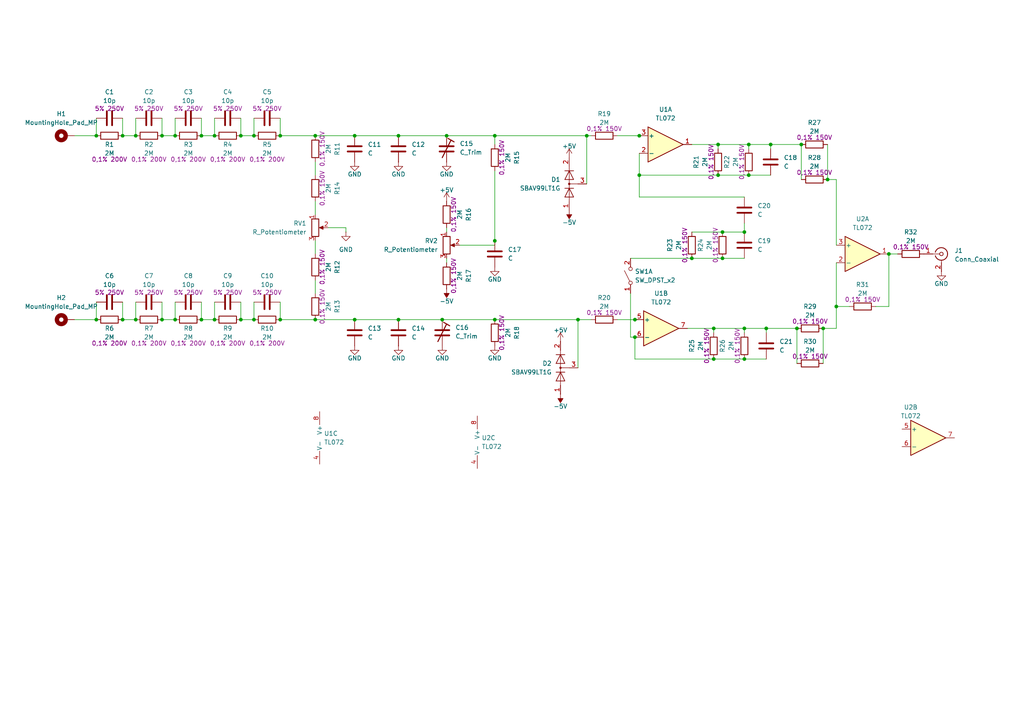
<source format=kicad_sch>
(kicad_sch (version 20231120) (generator "eeschema") (generator_version "8.0")
  (paper "A4")
  (lib_symbols
    (symbol "Amplifier_Operational:TL072" (pin_names (offset 0.127))
      (property "Reference" "U" (at 0 5.08 0))
      (property "Value" "TL072" (at 0 -5.08 0))
      (symbol "TL072_1_1"
        (polyline (pts (xy -5.08 5.08) (xy 5.08 0) (xy -5.08 -5.08) (xy -5.08 5.08)) (stroke (width 0.254)) (fill (type background)))
        (pin output line (at 7.62 0 180) (length 2.54) (name "~") (number "1"))
        (pin input line (at -7.62 -2.54 0) (length 2.54) (name "-") (number "2"))
        (pin input line (at -7.62 2.54 0) (length 2.54) (name "+") (number "3"))
      )
      (symbol "TL072_2_1"
        (polyline (pts (xy -5.08 5.08) (xy 5.08 0) (xy -5.08 -5.08) (xy -5.08 5.08)) (stroke (width 0.254)) (fill (type background)))
        (pin input line (at -7.62 2.54 0) (length 2.54) (name "+") (number "5"))
        (pin input line (at -7.62 -2.54 0) (length 2.54) (name "-") (number "6"))
        (pin output line (at 7.62 0 180) (length 2.54) (name "~") (number "7"))
      )
      (symbol "TL072_3_1"
        (pin power_in line (at -2.54 -7.62 90) (length 3.81) (name "V-") (number "4"))
        (pin power_in line (at -2.54 7.62 270) (length 3.81) (name "V+") (number "8"))
      )
    )
    (symbol "Connector:Conn_Coaxial" (pin_names (offset 1.016) hide)
      (property "Reference" "J" (at 0.254 3.048 0))
      (property "Value" "Conn_Coaxial" (at 2.921 0 90))
      (symbol "Conn_Coaxial_0_1"
        (arc (start -1.778 -0.508) (mid 0.2311 -1.8066) (end 1.778 0) (stroke (width 0.254)))
        (polyline (pts (xy -2.54 0) (xy -0.508 0)))
        (polyline (pts (xy 0 -2.54) (xy 0 -1.778)))
        (circle (center 0 0) (radius 0.508) (stroke (width 0.2032)))
        (arc (start 1.778 0) (mid 0.2099 1.8101) (end -1.778 0.508) (stroke (width 0.254)))
      )
      (symbol "Conn_Coaxial_1_1"
        (pin passive line (at -5.08 0 0) (length 2.54) (name "In") (number "1"))
        (pin passive line (at 0 -5.08 90) (length 2.54) (name "Ext") (number "2"))
      )
    )
    (symbol "Device:C" (pin_numbers hide) (pin_names (offset 0.254))
      (property "Reference" "C" (at 0.635 2.54 0))
      (property "Value" "C" (at 0.635 -2.54 0))
      (symbol "C_0_1"
        (polyline (pts (xy -2.032 -0.762) (xy 2.032 -0.762)) (stroke (width 0.508)))
        (polyline (pts (xy -2.032 0.762) (xy 2.032 0.762)) (stroke (width 0.508)))
      )
      (symbol "C_1_1"
        (pin passive line (at 0 3.81 270) (length 2.794) (name "~") (number "1"))
        (pin passive line (at 0 -3.81 90) (length 2.794) (name "~") (number "2"))
      )
    )
    (symbol "Device:C_Trim" (pin_numbers hide) (pin_names (offset 0.254) hide)
      (property "Reference" "C" (at 1.524 -2.032 0))
      (property "Value" "C_Trim" (at 3.048 -3.556 0))
      (symbol "C_Trim_0_1"
        (polyline (pts (xy -2.032 -0.762) (xy 2.032 -0.762)) (stroke (width 0.508)))
        (polyline (pts (xy -2.032 0.762) (xy 2.032 0.762)) (stroke (width 0.508)))
        (polyline (pts (xy 1.27 2.54) (xy -1.27 -2.54)) (stroke (width 0.3048)))
        (polyline (pts (xy 1.27 2.54) (xy 0.381 3.048)) (stroke (width 0.3048)))
        (polyline (pts (xy 1.27 2.54) (xy 2.159 2.032)) (stroke (width 0.3048)))
      )
      (symbol "C_Trim_1_1"
        (pin passive line (at 0 3.81 270) (length 3.048) (name "~") (number "1"))
        (pin passive line (at 0 -3.81 90) (length 3.048) (name "~") (number "2"))
      )
    )
    (symbol "Device:R" (pin_numbers hide) (pin_names (offset 0))
      (property "Reference" "R" (at 2.032 0 90))
      (property "Value" "R" (at 0 0 90))
      (symbol "R_0_1"
        (rectangle (start -1.016 -2.54) (end 1.016 2.54) (stroke (width 0.254)))
      )
      (symbol "R_1_1"
        (pin passive line (at 0 3.81 270) (length 1.27) (name "~") (number "1"))
        (pin passive line (at 0 -3.81 90) (length 1.27) (name "~") (number "2"))
      )
    )
    (symbol "Device:R_Potentiometer" (pin_names (offset 1.016) hide)
      (property "Reference" "RV" (at -4.445 0 90))
      (property "Value" "R_Potentiometer" (at -2.54 0 90))
      (symbol "R_Potentiometer_0_1"
        (polyline (pts (xy 2.54 0) (xy 1.524 0)))
        (polyline (pts (xy 1.143 0) (xy 2.286 0.508) (xy 2.286 -0.508) (xy 1.143 0)) (fill (type outline)))
        (rectangle (start 1.016 2.54) (end -1.016 -2.54) (stroke (width 0.254)))
      )
      (symbol "R_Potentiometer_1_1"
        (pin passive line (at 0 3.81 270) (length 1.27) (name "1") (number "1"))
        (pin passive line (at 3.81 0 180) (length 1.27) (name "2") (number "2"))
        (pin passive line (at 0 -3.81 90) (length 1.27) (name "3") (number "3"))
      )
    )
    (symbol "Diode:BAV99" (pin_names hide)
      (property "Reference" "D" (at 0 5.08 0))
      (property "Value" "BAV99" (at 0 2.54 0))
      (symbol "BAV99_0_1"
        (polyline (pts (xy -5.08 0) (xy 5.08 0)))
      )
      (symbol "BAV99_1_1"
        (polyline (pts (xy 0 0) (xy 0 -2.54)))
        (polyline (pts (xy -1.27 -1.27) (xy -1.27 1.27) (xy -1.27 1.27)) (stroke (width 0.2032)))
        (polyline (pts (xy 3.81 1.27) (xy 3.81 -1.27) (xy 3.81 -1.27)) (stroke (width 0.2032)))
        (polyline (pts (xy -3.81 1.27) (xy -1.27 0) (xy -3.81 -1.27) (xy -3.81 1.27) (xy -3.81 1.27) (xy -3.81 1.27)) (stroke (width 0.2032)))
        (polyline (pts (xy 1.27 1.27) (xy 3.81 0) (xy 1.27 -1.27) (xy 1.27 1.27) (xy 1.27 1.27) (xy 1.27 1.27)) (stroke (width 0.2032)))
        (circle (center 0 0) (radius 0.254) (fill (type outline)))
        (pin passive line (at -7.62 0 0) (length 2.54) (name "K") (number "1"))
        (pin passive line (at 7.62 0 180) (length 2.54) (name "A") (number "2"))
        (pin passive line (at 0 -5.08 90) (length 2.54) (name "K") (number "3"))
      )
    )
    (symbol "Mechanical:MountingHole_Pad_MP" (pin_numbers hide) (pin_names (offset 1.016) hide) (exclude_from_sim yes) (in_bom no)
      (property "Reference" "H" (at 0 6.35 0))
      (property "Value" "MountingHole_Pad_MP" (at 0 4.445 0))
      (symbol "MountingHole_Pad_MP_0_1"
        (circle (center 0 1.27) (radius 1.27) (stroke (width 1.27)))
      )
      (symbol "MountingHole_Pad_MP_1_1"
        (pin input line (at 0 -2.54 90) (length 2.54) (name "MP") (number "MP"))
      )
    )
    (symbol "Switch:SW_DPST_x2" (pin_names (offset 0) hide)
      (property "Reference" "SW" (at 0 3.175 0))
      (property "Value" "SW_DPST_x2" (at 0 -2.54 0))
      (symbol "SW_DPST_x2_0_0"
        (circle (center -2.032 0) (radius 0.508))
        (polyline (pts (xy -1.524 0.254) (xy 1.524 1.778)))
        (circle (center 2.032 0) (radius 0.508))
      )
      (symbol "SW_DPST_x2_1_1"
        (pin passive line (at -5.08 0 0) (length 2.54) (name "A") (number "1"))
        (pin passive line (at 5.08 0 180) (length 2.54) (name "B") (number "2"))
      )
      (symbol "SW_DPST_x2_2_1"
        (pin passive line (at -5.08 0 0) (length 2.54) (name "A") (number "3"))
        (pin passive line (at 5.08 0 180) (length 2.54) (name "B") (number "4"))
      )
    )
    (symbol "power:+5V" (power) (pin_numbers hide) (pin_names (offset 0) hide)
      (property "Value" "+5V" (at 0 3.556 0))
      (symbol "+5V_0_1"
        (polyline (pts (xy -0.762 1.27) (xy 0 2.54)))
        (polyline (pts (xy 0 0) (xy 0 2.54)))
        (polyline (pts (xy 0 2.54) (xy 0.762 1.27)))
      )
      (symbol "+5V_1_1"
        (pin power_in line (at 0 0 90) (length 0) (name "~") (number "1"))
      )
    )
    (symbol "power:-5V" (power) (pin_numbers hide) (pin_names (offset 0) hide)
      (property "Value" "-5V" (at 0 3.556 0))
      (symbol "-5V_0_0"
        (pin power_in line (at 0 0 90) (length 0) (name "~") (number "1"))
      )
      (symbol "-5V_0_1"
        (polyline (pts (xy 0 0) (xy 0 1.27) (xy 0.762 1.27) (xy 0 2.54) (xy -0.762 1.27) (xy 0 1.27)) (fill (type outline)))
      )
    )
    (symbol "power:GND" (power) (pin_numbers hide) (pin_names (offset 0) hide)
      (property "Value" "GND" (at 0 -3.81 0))
      (symbol "GND_0_1"
        (polyline (pts (xy 0 0) (xy 0 -1.27) (xy 1.27 -1.27) (xy 0 -2.54) (xy -1.27 -1.27) (xy 0 -1.27)))
      )
      (symbol "GND_1_1"
        (pin power_in line (at 0 0 270) (length 0) (name "~") (number "1"))
      )
    )
  )
  (junction (at 209.55 67.31))
  (junction (at 242.57 88.9))
  (junction (at 73.66 39.37))
  (junction (at 46.99 92.71))
  (junction (at 240.03 52.07))
  (junction (at 232.41 41.91))
  (junction (at 207.01 95.25))
  (junction (at 39.37 92.71))
  (junction (at 207.01 104.14))
  (junction (at 69.85 39.37))
  (junction (at 102.87 92.71))
  (junction (at 62.23 92.71))
  (junction (at 91.44 92.71))
  (junction (at 208.28 50.8))
  (junction (at 115.57 39.37))
  (junction (at 27.94 39.37))
  (junction (at 200.66 74.93))
  (junction (at 129.54 39.37))
  (junction (at 50.8 39.37))
  (junction (at 167.64 92.71))
  (junction (at 185.42 50.8))
  (junction (at 58.42 92.71))
  (junction (at 209.55 74.93))
  (junction (at 215.9 104.14))
  (junction (at 217.17 50.8))
  (junction (at 184.15 97.79))
  (junction (at 39.37 39.37))
  (junction (at 62.23 39.37))
  (junction (at 143.51 39.37))
  (junction (at 215.9 67.31))
  (junction (at 91.44 39.37))
  (junction (at 170.18 39.37))
  (junction (at 73.66 92.71))
  (junction (at 35.56 92.71))
  (junction (at 50.8 92.71))
  (junction (at 185.42 39.37))
  (junction (at 46.99 39.37))
  (junction (at 222.25 95.25))
  (junction (at 257.81 73.66))
  (junction (at 238.76 95.25))
  (junction (at 115.57 92.71))
  (junction (at 223.52 41.91))
  (junction (at 81.28 39.37))
  (junction (at 208.28 41.91))
  (junction (at 102.87 39.37))
  (junction (at 217.17 41.91))
  (junction (at 35.56 39.37))
  (junction (at 69.85 92.71))
  (junction (at 215.9 95.25))
  (junction (at 143.51 69.85))
  (junction (at 231.14 95.25))
  (junction (at 27.94 92.71))
  (junction (at 143.51 92.71))
  (junction (at 58.42 39.37))
  (junction (at 184.15 92.71))
  (junction (at 81.28 92.71))
  (junction (at 128.27 92.71))
  (wire (pts (xy 21.59 92.71) (xy 27.94 92.71)))
  (wire (pts (xy 81.28 87.63) (xy 81.28 92.71)))
  (wire (pts (xy 207.01 95.25) (xy 207.01 96.52)))
  (wire (pts (xy 257.81 88.9) (xy 254 88.9)))
  (wire (pts (xy 46.99 92.71) (xy 50.8 92.71)))
  (wire (pts (xy 242.57 95.25) (xy 238.76 95.25)))
  (wire (pts (xy 182.88 85.09) (xy 182.88 97.79)))
  (wire (pts (xy 35.56 39.37) (xy 39.37 39.37)))
  (wire (pts (xy 91.44 92.71) (xy 102.87 92.71)))
  (wire (pts (xy 102.87 92.71) (xy 115.57 92.71)))
  (wire (pts (xy 232.41 52.07) (xy 232.41 41.91)))
  (wire (pts (xy 143.51 41.91) (xy 143.51 39.37)))
  (wire (pts (xy 62.23 34.29) (xy 62.23 39.37)))
  (wire (pts (xy 170.18 53.34) (xy 170.18 39.37)))
  (wire (pts (xy 58.42 39.37) (xy 62.23 39.37)))
  (wire (pts (xy 209.55 67.31) (xy 215.9 67.31)))
  (wire (pts (xy 223.52 41.91) (xy 232.41 41.91)))
  (wire (pts (xy 184.15 104.14) (xy 184.15 97.79)))
  (wire (pts (xy 215.9 104.14) (xy 207.01 104.14)))
  (wire (pts (xy 91.44 69.85) (xy 91.44 73.66)))
  (wire (pts (xy 46.99 87.63) (xy 46.99 92.71)))
  (wire (pts (xy 186.69 39.37) (xy 185.42 39.37)))
  (wire (pts (xy 231.14 95.25) (xy 231.14 105.41)))
  (wire (pts (xy 167.64 92.71) (xy 171.45 92.71)))
  (wire (pts (xy 35.56 87.63) (xy 35.56 92.71)))
  (wire (pts (xy 102.87 39.37) (xy 115.57 39.37)))
  (wire (pts (xy 242.57 88.9) (xy 242.57 95.25)))
  (wire (pts (xy 58.42 87.63) (xy 58.42 92.71)))
  (wire (pts (xy 185.42 57.15) (xy 185.42 50.8)))
  (wire (pts (xy 73.66 87.63) (xy 73.66 92.71)))
  (wire (pts (xy 58.42 92.71) (xy 62.23 92.71)))
  (wire (pts (xy 257.81 73.66) (xy 260.35 73.66)))
  (wire (pts (xy 199.39 95.25) (xy 207.01 95.25)))
  (wire (pts (xy 179.07 92.71) (xy 184.15 92.71)))
  (wire (pts (xy 240.03 52.07) (xy 242.57 52.07)))
  (wire (pts (xy 91.44 81.28) (xy 91.44 85.09)))
  (wire (pts (xy 215.9 95.25) (xy 222.25 95.25)))
  (wire (pts (xy 238.76 95.25) (xy 238.76 105.41)))
  (wire (pts (xy 167.64 92.71) (xy 143.51 92.71)))
  (wire (pts (xy 185.42 92.71) (xy 184.15 92.71)))
  (wire (pts (xy 129.54 74.93) (xy 129.54 76.2)))
  (wire (pts (xy 58.42 34.29) (xy 58.42 39.37)))
  (wire (pts (xy 143.51 39.37) (xy 129.54 39.37)))
  (wire (pts (xy 223.52 41.91) (xy 223.52 43.18)))
  (wire (pts (xy 91.44 58.42) (xy 91.44 62.23)))
  (wire (pts (xy 69.85 34.29) (xy 69.85 39.37)))
  (wire (pts (xy 69.85 92.71) (xy 73.66 92.71)))
  (wire (pts (xy 115.57 92.71) (xy 128.27 92.71)))
  (wire (pts (xy 91.44 39.37) (xy 102.87 39.37)))
  (wire (pts (xy 69.85 39.37) (xy 73.66 39.37)))
  (wire (pts (xy 242.57 71.12) (xy 242.57 52.07)))
  (wire (pts (xy 81.28 34.29) (xy 81.28 39.37)))
  (wire (pts (xy 185.42 50.8) (xy 185.42 44.45)))
  (wire (pts (xy 170.18 39.37) (xy 143.51 39.37)))
  (wire (pts (xy 143.51 71.12) (xy 143.51 69.85)))
  (wire (pts (xy 100.33 66.04) (xy 100.33 67.31)))
  (wire (pts (xy 46.99 39.37) (xy 50.8 39.37)))
  (wire (pts (xy 39.37 34.29) (xy 39.37 39.37)))
  (wire (pts (xy 62.23 87.63) (xy 62.23 92.71)))
  (wire (pts (xy 143.51 49.53) (xy 143.51 69.85)))
  (wire (pts (xy 46.99 34.29) (xy 46.99 39.37)))
  (wire (pts (xy 217.17 41.91) (xy 217.17 43.18)))
  (wire (pts (xy 215.9 64.77) (xy 215.9 67.31)))
  (wire (pts (xy 215.9 57.15) (xy 185.42 57.15)))
  (wire (pts (xy 50.8 87.63) (xy 50.8 92.71)))
  (wire (pts (xy 222.25 95.25) (xy 222.25 96.52)))
  (wire (pts (xy 242.57 76.2) (xy 242.57 88.9)))
  (wire (pts (xy 69.85 87.63) (xy 69.85 92.71)))
  (wire (pts (xy 179.07 39.37) (xy 185.42 39.37)))
  (wire (pts (xy 257.81 73.66) (xy 257.81 88.9)))
  (wire (pts (xy 21.59 39.37) (xy 27.94 39.37)))
  (wire (pts (xy 200.66 41.91) (xy 208.28 41.91)))
  (wire (pts (xy 170.18 39.37) (xy 171.45 39.37)))
  (wire (pts (xy 128.27 92.71) (xy 143.51 92.71)))
  (wire (pts (xy 217.17 41.91) (xy 223.52 41.91)))
  (wire (pts (xy 182.88 74.93) (xy 200.66 74.93)))
  (wire (pts (xy 27.94 34.29) (xy 27.94 39.37)))
  (wire (pts (xy 182.88 97.79) (xy 184.15 97.79)))
  (wire (pts (xy 35.56 34.29) (xy 35.56 39.37)))
  (wire (pts (xy 129.54 66.04) (xy 129.54 67.31)))
  (wire (pts (xy 115.57 39.37) (xy 129.54 39.37)))
  (wire (pts (xy 167.64 106.68) (xy 167.64 92.71)))
  (wire (pts (xy 81.28 39.37) (xy 91.44 39.37)))
  (wire (pts (xy 95.25 66.04) (xy 100.33 66.04)))
  (wire (pts (xy 217.17 50.8) (xy 208.28 50.8)))
  (wire (pts (xy 50.8 34.29) (xy 50.8 39.37)))
  (wire (pts (xy 39.37 87.63) (xy 39.37 92.71)))
  (wire (pts (xy 81.28 92.71) (xy 91.44 92.71)))
  (wire (pts (xy 207.01 104.14) (xy 184.15 104.14)))
  (wire (pts (xy 242.57 88.9) (xy 246.38 88.9)))
  (wire (pts (xy 73.66 34.29) (xy 73.66 39.37)))
  (wire (pts (xy 91.44 46.99) (xy 91.44 50.8)))
  (wire (pts (xy 215.9 95.25) (xy 215.9 96.52)))
  (wire (pts (xy 35.56 92.71) (xy 39.37 92.71)))
  (wire (pts (xy 209.55 74.93) (xy 215.9 74.93)))
  (wire (pts (xy 208.28 50.8) (xy 185.42 50.8)))
  (wire (pts (xy 200.66 74.93) (xy 209.55 74.93)))
  (wire (pts (xy 240.03 41.91) (xy 240.03 52.07)))
  (wire (pts (xy 208.28 41.91) (xy 217.17 41.91)))
  (wire (pts (xy 27.94 87.63) (xy 27.94 92.71)))
  (wire (pts (xy 223.52 50.8) (xy 217.17 50.8)))
  (wire (pts (xy 200.66 67.31) (xy 209.55 67.31)))
  (wire (pts (xy 222.25 95.25) (xy 231.14 95.25)))
  (wire (pts (xy 207.01 95.25) (xy 215.9 95.25)))
  (wire (pts (xy 208.28 41.91) (xy 208.28 43.18)))
  (wire (pts (xy 222.25 104.14) (xy 215.9 104.14)))
  (wire (pts (xy 133.35 71.12) (xy 143.51 71.12)))
  (symbol (lib_id "power:GND") (at 273.05 78.74 0) (unit 1)
    (property "Reference" "#PWR016" (effects (hide yes)))
    (property "Value" "GND" (at 273.05 82.296 0))
    (property "Description" "Power symbol creates a global label with name \"GND\" , ground" (effects (hide yes)))
  )
  (symbol (lib_id "Device:R") (at 129.54 62.23 0) (unit 1)
    (property "Reference" "R16" (at 135.89 62.23 90))
    (property "Value" "2M" (at 133.35 62.23 90))
    (property "Footprint" "Capacitor_SMD:C_0805_2012Metric_Pad1.18x1.45mm_HandSolder" (effects (hide yes)))
    (property "Datasheet" "https://www.vishay.com/docs/28952/mcs0402at-mct0603at-mcu0805at-mca1206at.pdf" (effects (hide yes)))
    (property "Description" "0,1% 150V" (at 131.572 62.23 90))
    (property "Sim.Device" "R" (effects (hide yes)))
    (property "Sim.Pins" "1=+ 2=-" (effects (hide yes)))
  )
  (symbol (lib_id "Device:C") (at 223.52 46.99 0) (unit 1)
    (property "Reference" "C18" (at 227.33 45.7199 0) (effects (justify left)))
    (property "Value" "C" (at 227.33 48.2599 0) (effects (justify left)))
    (property "Description" "Unpolarized capacitor" (effects (hide yes)))
  )
  (symbol (lib_id "Amplifier_Operational:TL072") (at 250.19 73.66 0) (unit 1)
    (property "Reference" "U2" (at 250.19 63.5 0))
    (property "Value" "TL072" (at 250.19 66.04 0))
    (property "Datasheet" "http://www.ti.com/lit/ds/symlink/tl071.pdf" (effects (hide yes)))
    (property "Description" "Dual Low-Noise JFET-Input Operational Amplifiers, DIP-8/SOIC-8" (effects (hide yes)))
  )
  (symbol (lib_id "Device:C") (at 43.18 34.29 90) (unit 1)
    (property "Reference" "C2" (at 43.18 26.67 90))
    (property "Value" "10p" (at 43.18 29.21 90))
    (property "Footprint" "Capacitor_SMD:C_1206_3216Metric_Pad1.33x1.80mm_HandSolder" (effects (hide yes)))
    (property "Datasheet" "https://88ce57.p3cdn1.secureserver.net/wp-content/uploads/2023/01/chv_series-1.pdf" (effects (hide yes)))
    (property "Description" "5% 250V" (at 43.18 31.496 90))
    (property "Sim.Device" "C" (effects (hide yes)))
    (property "Sim.Pins" "1=+ 2=-" (effects (hide yes)))
    (property "DigiKey" "  CHV1206N250100JCT" (effects (hide yes)))
  )
  (symbol (lib_id "Device:R") (at 91.44 54.61 0) (unit 1)
    (property "Reference" "R14" (at 97.79 54.61 90))
    (property "Value" "2M" (at 95.25 54.61 90))
    (property "Footprint" "Capacitor_SMD:C_0805_2012Metric_Pad1.18x1.45mm_HandSolder" (effects (hide yes)))
    (property "Datasheet" "https://www.vishay.com/docs/28952/mcs0402at-mct0603at-mcu0805at-mca1206at.pdf" (effects (hide yes)))
    (property "Description" "0,1% 150V" (at 93.472 54.61 90))
    (property "Sim.Device" "R" (effects (hide yes)))
    (property "Sim.Pins" "1=+ 2=-" (effects (hide yes)))
  )
  (symbol (lib_id "Device:C") (at 215.9 60.96 0) (unit 1)
    (property "Reference" "C20" (at 219.71 59.6899 0) (effects (justify left)))
    (property "Value" "C" (at 219.71 62.2299 0) (effects (justify left)))
    (property "Description" "Unpolarized capacitor" (effects (hide yes)))
  )
  (symbol (lib_id "Mechanical:MountingHole_Pad_MP") (at 19.05 39.37 90) (unit 1) (exclude_from_sim yes) (in_bom no)
    (property "Reference" "H1" (at 17.78 33.02 90))
    (property "Value" "MountingHole_Pad_MP" (at 17.78 35.56 90))
    (property "Description" "Mounting Hole with connection as pad named MP" (effects (hide yes)))
  )
  (symbol (lib_id "Device:R") (at 264.16 73.66 90) (unit 1)
    (property "Reference" "R32" (at 264.16 67.31 90))
    (property "Value" "2M" (at 264.16 69.85 90))
    (property "Footprint" "Capacitor_SMD:C_0805_2012Metric_Pad1.18x1.45mm_HandSolder" (effects (hide yes)))
    (property "Datasheet" "https://www.vishay.com/docs/28952/mcs0402at-mct0603at-mcu0805at-mca1206at.pdf" (effects (hide yes)))
    (property "Description" "0,1% 150V" (at 264.16 71.628 90))
    (property "Sim.Device" "R" (effects (hide yes)))
    (property "Sim.Pins" "1=+ 2=-" (effects (hide yes)))
  )
  (symbol (lib_id "power:GND") (at 102.87 46.99 0) (unit 1)
    (property "Reference" "#PWR02" (effects (hide yes)))
    (property "Value" "GND" (at 102.87 50.546 0))
    (property "Description" "Power symbol creates a global label with name \"GND\" , ground" (effects (hide yes)))
  )
  (symbol (lib_id "power:GND") (at 129.54 46.99 0) (unit 1)
    (property "Reference" "#PWR04" (effects (hide yes)))
    (property "Value" "GND" (at 129.54 50.546 0))
    (property "Description" "Power symbol creates a global label with name \"GND\" , ground" (effects (hide yes)))
  )
  (symbol (lib_id "power:GND") (at 102.87 100.33 0) (unit 1)
    (property "Reference" "#PWR05" (effects (hide yes)))
    (property "Value" "GND" (at 102.87 103.886 0))
    (property "Description" "Power symbol creates a global label with name \"GND\" , ground" (effects (hide yes)))
  )
  (symbol (lib_id "Device:C") (at 222.25 100.33 0) (unit 1)
    (property "Reference" "C21" (at 226.06 99.0599 0) (effects (justify left)))
    (property "Value" "C" (at 226.06 101.5999 0) (effects (justify left)))
    (property "Description" "Unpolarized capacitor" (effects (hide yes)))
  )
  (symbol (lib_id "Device:R") (at 91.44 43.18 0) (unit 1)
    (property "Reference" "R11" (at 97.79 43.18 90))
    (property "Value" "2M" (at 95.25 43.18 90))
    (property "Footprint" "Capacitor_SMD:C_0805_2012Metric_Pad1.18x1.45mm_HandSolder" (effects (hide yes)))
    (property "Datasheet" "https://www.vishay.com/docs/28952/mcs0402at-mct0603at-mcu0805at-mca1206at.pdf" (effects (hide yes)))
    (property "Description" "0,1% 150V" (at 93.472 43.18 90))
    (property "Sim.Device" "R" (effects (hide yes)))
    (property "Sim.Pins" "1=+ 2=-" (effects (hide yes)))
  )
  (symbol (lib_id "power:GND") (at 143.51 77.47 0) (unit 1)
    (property "Reference" "#PWR08" (effects (hide yes)))
    (property "Value" "GND" (at 143.51 81.026 0))
    (property "Description" "Power symbol creates a global label with name \"GND\" , ground" (effects (hide yes)))
  )
  (symbol (lib_id "Device:R") (at 77.47 39.37 90) (unit 1)
    (property "Reference" "R5" (at 77.47 41.91 90))
    (property "Value" "2M" (at 77.47 44.45 90))
    (property "Footprint" "Capacitor_SMD:C_0805_2012Metric_Pad1.18x1.45mm_HandSolder" (effects (hide yes)))
    (property "Datasheet" "https://www.seielect.com/catalog/sei-rncf.pdf" (effects (hide yes)))
    (property "Description" "0,1% 200V" (at 77.47 46.228 90))
    (property "Sim.Device" "R" (effects (hide yes)))
    (property "Sim.Pins" "1=+ 2=-" (effects (hide yes)))
    (property "DigiKey" "RNCF1206BKE2M00 " (effects (hide yes)))
  )
  (symbol (lib_id "Diode:BAV99") (at 165.1 53.34 90) (unit 1)
    (property "Reference" "D1" (at 162.56 52.0699 90) (effects (justify left)))
    (property "Value" "SBAV99LT1G" (at 162.56 54.6099 90) (effects (justify left)))
    (property "Footprint" "Package_TO_SOT_SMD:SOT-23" (effects (hide yes)))
    (property "Datasheet" "https://www.onsemi.com/pdf/datasheet/bav99lt1-d.pdf" (effects (hide yes)))
    (property "Description" "BAV99 High-speed switching diodes, SOT-23" (effects (hide yes)))
  )
  (symbol (lib_id "Device:C") (at 115.57 96.52 0) (unit 1)
    (property "Reference" "C14" (at 119.38 95.2499 0) (effects (justify left)))
    (property "Value" "C" (at 119.38 97.7899 0) (effects (justify left)))
    (property "Description" "Unpolarized capacitor" (effects (hide yes)))
  )
  (symbol (lib_id "Device:C") (at 215.9 71.12 0) (unit 1)
    (property "Reference" "C19" (at 219.71 69.8499 0) (effects (justify left)))
    (property "Value" "C" (at 219.71 72.3899 0) (effects (justify left)))
    (property "Description" "Unpolarized capacitor" (effects (hide yes)))
  )
  (symbol (lib_id "Device:R") (at 31.75 39.37 90) (unit 1)
    (property "Reference" "R1" (at 31.75 41.91 90))
    (property "Value" "2M" (at 31.75 44.45 90))
    (property "Footprint" "Capacitor_SMD:C_0805_2012Metric_Pad1.18x1.45mm_HandSolder" (effects (hide yes)))
    (property "Datasheet" "https://www.seielect.com/catalog/sei-rncf.pdf" (effects (hide yes)))
    (property "Description" "0,1% 200V" (at 31.75 46.228 90))
    (property "Sim.Device" "R" (effects (hide yes)))
    (property "Sim.Pins" "1=+ 2=-" (effects (hide yes)))
    (property "DigiKey" "RNCF1206BKE2M00 " (effects (hide yes)))
  )
  (symbol (lib_id "Device:R") (at 236.22 52.07 90) (unit 1)
    (property "Reference" "R28" (at 236.22 45.72 90))
    (property "Value" "2M" (at 236.22 48.26 90))
    (property "Footprint" "Capacitor_SMD:C_0805_2012Metric_Pad1.18x1.45mm_HandSolder" (effects (hide yes)))
    (property "Datasheet" "https://www.vishay.com/docs/28952/mcs0402at-mct0603at-mcu0805at-mca1206at.pdf" (effects (hide yes)))
    (property "Description" "0,1% 150V" (at 236.22 50.038 90))
    (property "Sim.Device" "R" (effects (hide yes)))
    (property "Sim.Pins" "1=+ 2=-" (effects (hide yes)))
  )
  (symbol (lib_id "Device:C") (at 54.61 87.63 90) (unit 1)
    (property "Reference" "C8" (at 54.61 80.01 90))
    (property "Value" "10p" (at 54.61 82.55 90))
    (property "Footprint" "Capacitor_SMD:C_1206_3216Metric_Pad1.33x1.80mm_HandSolder" (effects (hide yes)))
    (property "Datasheet" "https://88ce57.p3cdn1.secureserver.net/wp-content/uploads/2023/01/chv_series-1.pdf" (effects (hide yes)))
    (property "Description" "5% 250V" (at 54.61 84.836 90))
    (property "Sim.Device" "C" (effects (hide yes)))
    (property "Sim.Pins" "1=+ 2=-" (effects (hide yes)))
    (property "DigiKey" "  CHV1206N250100JCT" (effects (hide yes)))
  )
  (symbol (lib_id "Device:R") (at 175.26 92.71 90) (unit 1)
    (property "Reference" "R20" (at 175.26 86.36 90))
    (property "Value" "2M" (at 175.26 88.9 90))
    (property "Footprint" "Capacitor_SMD:C_0805_2012Metric_Pad1.18x1.45mm_HandSolder" (effects (hide yes)))
    (property "Datasheet" "https://www.vishay.com/docs/28952/mcs0402at-mct0603at-mcu0805at-mca1206at.pdf" (effects (hide yes)))
    (property "Description" "0,1% 150V" (at 175.26 90.678 90))
    (property "Sim.Device" "R" (effects (hide yes)))
    (property "Sim.Pins" "1=+ 2=-" (effects (hide yes)))
  )
  (symbol (lib_id "Device:C") (at 66.04 34.29 90) (unit 1)
    (property "Reference" "C4" (at 66.04 26.67 90))
    (property "Value" "10p" (at 66.04 29.21 90))
    (property "Footprint" "Capacitor_SMD:C_1206_3216Metric_Pad1.33x1.80mm_HandSolder" (effects (hide yes)))
    (property "Datasheet" "https://88ce57.p3cdn1.secureserver.net/wp-content/uploads/2023/01/chv_series-1.pdf" (effects (hide yes)))
    (property "Description" "5% 250V" (at 66.04 31.496 90))
    (property "Sim.Device" "C" (effects (hide yes)))
    (property "Sim.Pins" "1=+ 2=-" (effects (hide yes)))
    (property "DigiKey" "  CHV1206N250100JCT" (effects (hide yes)))
  )
  (symbol (lib_id "Device:R") (at 209.55 71.12 180) (unit 1)
    (property "Reference" "R24" (at 203.2 71.12 90))
    (property "Value" "2M" (at 205.74 71.12 90))
    (property "Footprint" "Capacitor_SMD:C_0805_2012Metric_Pad1.18x1.45mm_HandSolder" (effects (hide yes)))
    (property "Datasheet" "https://www.vishay.com/docs/28952/mcs0402at-mct0603at-mcu0805at-mca1206at.pdf" (effects (hide yes)))
    (property "Description" "0,1% 150V" (at 207.518 71.12 90))
    (property "Sim.Device" "R" (effects (hide yes)))
    (property "Sim.Pins" "1=+ 2=-" (effects (hide yes)))
  )
  (symbol (lib_id "Device:C") (at 31.75 34.29 90) (unit 1)
    (property "Reference" "C1" (at 31.75 26.67 90))
    (property "Value" "10p" (at 31.75 29.21 90))
    (property "Footprint" "Capacitor_SMD:C_1206_3216Metric_Pad1.33x1.80mm_HandSolder" (effects (hide yes)))
    (property "Datasheet" "https://88ce57.p3cdn1.secureserver.net/wp-content/uploads/2023/01/chv_series-1.pdf" (effects (hide yes)))
    (property "Description" "5% 250V" (at 31.75 31.496 90))
    (property "Sim.Device" "C" (effects (hide yes)))
    (property "Sim.Pins" "1=+ 2=-" (effects (hide yes)))
    (property "DigiKey" "  CHV1206N250100JCT" (effects (hide yes)))
  )
  (symbol (lib_id "Device:R") (at 217.17 46.99 180) (unit 1)
    (property "Reference" "R22" (at 210.82 46.99 90))
    (property "Value" "2M" (at 213.36 46.99 90))
    (property "Footprint" "Capacitor_SMD:C_0805_2012Metric_Pad1.18x1.45mm_HandSolder" (effects (hide yes)))
    (property "Datasheet" "https://www.vishay.com/docs/28952/mcs0402at-mct0603at-mcu0805at-mca1206at.pdf" (effects (hide yes)))
    (property "Description" "0,1% 150V" (at 215.138 46.99 90))
    (property "Sim.Device" "R" (effects (hide yes)))
    (property "Sim.Pins" "1=+ 2=-" (effects (hide yes)))
  )
  (symbol (lib_id "Device:R") (at 43.18 39.37 90) (unit 1)
    (property "Reference" "R2" (at 43.18 41.91 90))
    (property "Value" "2M" (at 43.18 44.45 90))
    (property "Footprint" "Capacitor_SMD:C_0805_2012Metric_Pad1.18x1.45mm_HandSolder" (effects (hide yes)))
    (property "Datasheet" "https://www.seielect.com/catalog/sei-rncf.pdf" (effects (hide yes)))
    (property "Description" "0,1% 200V" (at 43.18 46.228 90))
    (property "Sim.Device" "R" (effects (hide yes)))
    (property "Sim.Pins" "1=+ 2=-" (effects (hide yes)))
    (property "DigiKey" "RNCF1206BKE2M00 " (effects (hide yes)))
  )
  (symbol (lib_id "Connector:Conn_Coaxial") (at 273.05 73.66 0) (unit 1)
    (property "Reference" "J1" (at 276.86 72.6831 0) (effects (justify left)))
    (property "Value" "Conn_Coaxial" (at 276.86 75.2231 0) (effects (justify left)))
    (property "Description" "coaxial connector (BNC, SMA, SMB, SMC, Cinch/RCA, LEMO, ...)" (effects (hide yes)))
  )
  (symbol (lib_id "Device:R") (at 207.01 100.33 180) (unit 1)
    (property "Reference" "R25" (at 200.66 100.33 90))
    (property "Value" "2M" (at 203.2 100.33 90))
    (property "Footprint" "Capacitor_SMD:C_0805_2012Metric_Pad1.18x1.45mm_HandSolder" (effects (hide yes)))
    (property "Datasheet" "https://www.vishay.com/docs/28952/mcs0402at-mct0603at-mcu0805at-mca1206at.pdf" (effects (hide yes)))
    (property "Description" "0,1% 150V" (at 204.978 100.33 90))
    (property "Sim.Device" "R" (effects (hide yes)))
    (property "Sim.Pins" "1=+ 2=-" (effects (hide yes)))
  )
  (symbol (lib_id "Device:R") (at 77.47 92.71 90) (unit 1)
    (property "Reference" "R10" (at 77.47 95.25 90))
    (property "Value" "2M" (at 77.47 97.79 90))
    (property "Footprint" "Capacitor_SMD:C_0805_2012Metric_Pad1.18x1.45mm_HandSolder" (effects (hide yes)))
    (property "Datasheet" "https://www.seielect.com/catalog/sei-rncf.pdf" (effects (hide yes)))
    (property "Description" "0,1% 200V" (at 77.47 99.568 90))
    (property "Sim.Device" "R" (effects (hide yes)))
    (property "Sim.Pins" "1=+ 2=-" (effects (hide yes)))
    (property "DigiKey" "RNCF1206BKE2M00 " (effects (hide yes)))
  )
  (symbol (lib_id "Device:R") (at 54.61 39.37 90) (unit 1)
    (property "Reference" "R3" (at 54.61 41.91 90))
    (property "Value" "2M" (at 54.61 44.45 90))
    (property "Footprint" "Capacitor_SMD:C_0805_2012Metric_Pad1.18x1.45mm_HandSolder" (effects (hide yes)))
    (property "Datasheet" "https://www.seielect.com/catalog/sei-rncf.pdf" (effects (hide yes)))
    (property "Description" "0,1% 200V" (at 54.61 46.228 90))
    (property "Sim.Device" "R" (effects (hide yes)))
    (property "Sim.Pins" "1=+ 2=-" (effects (hide yes)))
    (property "DigiKey" "RNCF1206BKE2M00 " (effects (hide yes)))
  )
  (symbol (lib_id "Device:R") (at 250.19 88.9 90) (unit 1)
    (property "Reference" "R31" (at 250.19 82.55 90))
    (property "Value" "2M" (at 250.19 85.09 90))
    (property "Footprint" "Capacitor_SMD:C_0805_2012Metric_Pad1.18x1.45mm_HandSolder" (effects (hide yes)))
    (property "Datasheet" "https://www.vishay.com/docs/28952/mcs0402at-mct0603at-mcu0805at-mca1206at.pdf" (effects (hide yes)))
    (property "Description" "0,1% 150V" (at 250.19 86.868 90))
    (property "Sim.Device" "R" (effects (hide yes)))
    (property "Sim.Pins" "1=+ 2=-" (effects (hide yes)))
  )
  (symbol (lib_id "power:GND") (at 128.27 100.33 0) (unit 1)
    (property "Reference" "#PWR07" (effects (hide yes)))
    (property "Value" "GND" (at 128.27 103.886 0))
    (property "Description" "Power symbol creates a global label with name \"GND\" , ground" (effects (hide yes)))
  )
  (symbol (lib_id "Amplifier_Operational:TL072") (at 269.24 127 0) (unit 2)
    (property "Reference" "U2" (at 264.16 118.11 0))
    (property "Value" "TL072" (at 264.16 120.65 0))
    (property "Datasheet" "http://www.ti.com/lit/ds/symlink/tl071.pdf" (effects (hide yes)))
    (property "Description" "Dual Low-Noise JFET-Input Operational Amplifiers, DIP-8/SOIC-8" (effects (hide yes)))
  )
  (symbol (lib_id "Device:C") (at 54.61 34.29 90) (unit 1)
    (property "Reference" "C3" (at 54.61 26.67 90))
    (property "Value" "10p" (at 54.61 29.21 90))
    (property "Footprint" "Capacitor_SMD:C_1206_3216Metric_Pad1.33x1.80mm_HandSolder" (effects (hide yes)))
    (property "Datasheet" "https://88ce57.p3cdn1.secureserver.net/wp-content/uploads/2023/01/chv_series-1.pdf" (effects (hide yes)))
    (property "Description" "5% 250V" (at 54.61 31.496 90))
    (property "Sim.Device" "C" (effects (hide yes)))
    (property "Sim.Pins" "1=+ 2=-" (effects (hide yes)))
    (property "DigiKey" "  CHV1206N250100JCT" (effects (hide yes)))
  )
  (symbol (lib_id "Device:C_Trim") (at 129.54 43.18 0) (unit 1)
    (property "Reference" "C15" (at 133.35 41.6559 0) (effects (justify left)))
    (property "Value" "C_Trim" (at 133.35 44.1959 0) (effects (justify left)))
    (property "Description" "Trimmable capacitor" (effects (hide yes)))
  )
  (symbol (lib_id "power:+5V") (at 162.56 99.06 0) (unit 1)
    (property "Reference" "#PWR014" (effects (hide yes)))
    (property "Value" "+5V" (at 162.56 95.758 0))
    (property "Description" "Power symbol creates a global label with name \"+5V\"" (effects (hide yes)))
  )
  (symbol (lib_id "Device:R") (at 208.28 46.99 180) (unit 1)
    (property "Reference" "R21" (at 201.93 46.99 90))
    (property "Value" "2M" (at 204.47 46.99 90))
    (property "Footprint" "Capacitor_SMD:C_0805_2012Metric_Pad1.18x1.45mm_HandSolder" (effects (hide yes)))
    (property "Datasheet" "https://www.vishay.com/docs/28952/mcs0402at-mct0603at-mcu0805at-mca1206at.pdf" (effects (hide yes)))
    (property "Description" "0,1% 150V" (at 206.248 46.99 90))
    (property "Sim.Device" "R" (effects (hide yes)))
    (property "Sim.Pins" "1=+ 2=-" (effects (hide yes)))
  )
  (symbol (lib_id "power:-5V") (at 162.56 114.3 180) (unit 1)
    (property "Reference" "#PWR015" (effects (hide yes)))
    (property "Value" "-5V" (at 162.56 117.856 0))
    (property "Description" "Power symbol creates a global label with name \"-5V\"" (effects (hide yes)))
  )
  (symbol (lib_id "Device:R") (at 43.18 92.71 90) (unit 1)
    (property "Reference" "R7" (at 43.18 95.25 90))
    (property "Value" "2M" (at 43.18 97.79 90))
    (property "Footprint" "Capacitor_SMD:C_0805_2012Metric_Pad1.18x1.45mm_HandSolder" (effects (hide yes)))
    (property "Datasheet" "https://www.seielect.com/catalog/sei-rncf.pdf" (effects (hide yes)))
    (property "Description" "0,1% 200V" (at 43.18 99.568 90))
    (property "Sim.Device" "R" (effects (hide yes)))
    (property "Sim.Pins" "1=+ 2=-" (effects (hide yes)))
    (property "DigiKey" "RNCF1206BKE2M00 " (effects (hide yes)))
  )
  (symbol (lib_id "Device:R") (at 236.22 41.91 90) (unit 1)
    (property "Reference" "R27" (at 236.22 35.56 90))
    (property "Value" "2M" (at 236.22 38.1 90))
    (property "Footprint" "Capacitor_SMD:C_0805_2012Metric_Pad1.18x1.45mm_HandSolder" (effects (hide yes)))
    (property "Datasheet" "https://www.vishay.com/docs/28952/mcs0402at-mct0603at-mcu0805at-mca1206at.pdf" (effects (hide yes)))
    (property "Description" "0,1% 150V" (at 236.22 39.878 90))
    (property "Sim.Device" "R" (effects (hide yes)))
    (property "Sim.Pins" "1=+ 2=-" (effects (hide yes)))
  )
  (symbol (lib_id "Device:R") (at 143.51 96.52 0) (unit 1)
    (property "Reference" "R18" (at 149.86 96.52 90))
    (property "Value" "2M" (at 147.32 96.52 90))
    (property "Footprint" "Capacitor_SMD:C_0805_2012Metric_Pad1.18x1.45mm_HandSolder" (effects (hide yes)))
    (property "Datasheet" "https://www.vishay.com/docs/28952/mcs0402at-mct0603at-mcu0805at-mca1206at.pdf" (effects (hide yes)))
    (property "Description" "0,1% 150V" (at 145.542 96.52 90))
    (property "Sim.Device" "R" (effects (hide yes)))
    (property "Sim.Pins" "1=+ 2=-" (effects (hide yes)))
  )
  (symbol (lib_id "Device:R") (at 66.04 92.71 90) (unit 1)
    (property "Reference" "R9" (at 66.04 95.25 90))
    (property "Value" "2M" (at 66.04 97.79 90))
    (property "Footprint" "Capacitor_SMD:C_0805_2012Metric_Pad1.18x1.45mm_HandSolder" (effects (hide yes)))
    (property "Datasheet" "https://www.seielect.com/catalog/sei-rncf.pdf" (effects (hide yes)))
    (property "Description" "0,1% 200V" (at 66.04 99.568 90))
    (property "Sim.Device" "R" (effects (hide yes)))
    (property "Sim.Pins" "1=+ 2=-" (effects (hide yes)))
    (property "DigiKey" "RNCF1206BKE2M00 " (effects (hide yes)))
  )
  (symbol (lib_id "power:+5V") (at 165.1 45.72 0) (unit 1)
    (property "Reference" "#PWR012" (effects (hide yes)))
    (property "Value" "+5V" (at 165.1 42.418 0))
    (property "Description" "Power symbol creates a global label with name \"+5V\"" (effects (hide yes)))
  )
  (symbol (lib_id "Device:R") (at 66.04 39.37 90) (unit 1)
    (property "Reference" "R4" (at 66.04 41.91 90))
    (property "Value" "2M" (at 66.04 44.45 90))
    (property "Footprint" "Capacitor_SMD:C_0805_2012Metric_Pad1.18x1.45mm_HandSolder" (effects (hide yes)))
    (property "Datasheet" "https://www.seielect.com/catalog/sei-rncf.pdf" (effects (hide yes)))
    (property "Description" "0,1% 200V" (at 66.04 46.228 90))
    (property "Sim.Device" "R" (effects (hide yes)))
    (property "Sim.Pins" "1=+ 2=-" (effects (hide yes)))
    (property "DigiKey" "RNCF1206BKE2M00 " (effects (hide yes)))
  )
  (symbol (lib_id "Amplifier_Operational:TL072") (at 193.04 41.91 0) (unit 1)
    (property "Reference" "U1" (at 193.04 31.75 0))
    (property "Value" "TL072" (at 193.04 34.29 0))
    (property "Datasheet" "http://www.ti.com/lit/ds/symlink/tl071.pdf" (effects (hide yes)))
    (property "Description" "Dual Low-Noise JFET-Input Operational Amplifiers, DIP-8/SOIC-8" (effects (hide yes)))
  )
  (symbol (lib_id "Device:C") (at 102.87 96.52 0) (unit 1)
    (property "Reference" "C13" (at 106.68 95.2499 0) (effects (justify left)))
    (property "Value" "C" (at 106.68 97.7899 0) (effects (justify left)))
    (property "Description" "Unpolarized capacitor" (effects (hide yes)))
  )
  (symbol (lib_id "Device:R_Potentiometer") (at 129.54 71.12 0) (unit 1)
    (property "Reference" "RV2" (at 127 69.8499 0) (effects (justify right)))
    (property "Value" "R_Potentiometer" (at 127 72.3899 0) (effects (justify right)))
    (property "Description" "Potentiometer" (effects (hide yes)))
  )
  (symbol (lib_id "power:-5V") (at 129.54 83.82 180) (unit 1)
    (property "Reference" "#PWR011" (effects (hide yes)))
    (property "Value" "-5V" (at 129.54 87.376 0))
    (property "Description" "Power symbol creates a global label with name \"-5V\"" (effects (hide yes)))
  )
  (symbol (lib_id "Switch:SW_DPST_x2") (at 182.88 80.01 90) (unit 1)
    (property "Reference" "SW1" (at 184.15 78.7399 90) (effects (justify right)))
    (property "Value" "SW_DPST_x2" (at 184.15 81.2799 90) (effects (justify right)))
    (property "Description" "Single Pole Single Throw (SPST) switch, separate symbol" (effects (hide yes)))
  )
  (symbol (lib_id "Device:C") (at 43.18 87.63 90) (unit 1)
    (property "Reference" "C7" (at 43.18 80.01 90))
    (property "Value" "10p" (at 43.18 82.55 90))
    (property "Footprint" "Capacitor_SMD:C_1206_3216Metric_Pad1.33x1.80mm_HandSolder" (effects (hide yes)))
    (property "Datasheet" "https://88ce57.p3cdn1.secureserver.net/wp-content/uploads/2023/01/chv_series-1.pdf" (effects (hide yes)))
    (property "Description" "5% 250V" (at 43.18 84.836 90))
    (property "Sim.Device" "C" (effects (hide yes)))
    (property "Sim.Pins" "1=+ 2=-" (effects (hide yes)))
    (property "DigiKey" "  CHV1206N250100JCT" (effects (hide yes)))
  )
  (symbol (lib_id "power:GND") (at 115.57 46.99 0) (unit 1)
    (property "Reference" "#PWR03" (effects (hide yes)))
    (property "Value" "GND" (at 115.57 50.546 0))
    (property "Description" "Power symbol creates a global label with name \"GND\" , ground" (effects (hide yes)))
  )
  (symbol (lib_id "Device:C") (at 102.87 43.18 0) (unit 1)
    (property "Reference" "C11" (at 106.68 41.9099 0) (effects (justify left)))
    (property "Value" "C" (at 106.68 44.4499 0) (effects (justify left)))
    (property "Description" "Unpolarized capacitor" (effects (hide yes)))
  )
  (symbol (lib_id "Amplifier_Operational:TL072") (at 95.25 127 0) (unit 3)
    (property "Reference" "U1" (at 93.98 125.7299 0) (effects (justify left)))
    (property "Value" "TL072" (at 93.98 128.2699 0) (effects (justify left)))
    (property "Datasheet" "http://www.ti.com/lit/ds/symlink/tl071.pdf" (effects (hide yes)))
    (property "Description" "Dual Low-Noise JFET-Input Operational Amplifiers, DIP-8/SOIC-8" (effects (hide yes)))
  )
  (symbol (lib_id "power:-5V") (at 165.1 60.96 180) (unit 1)
    (property "Reference" "#PWR013" (effects (hide yes)))
    (property "Value" "-5V" (at 165.1 64.516 0))
    (property "Description" "Power symbol creates a global label with name \"-5V\"" (effects (hide yes)))
  )
  (symbol (lib_id "power:GND") (at 143.51 100.33 0) (unit 1)
    (property "Reference" "#PWR09" (effects (hide yes)))
    (property "Value" "GND" (at 143.51 103.886 0))
    (property "Description" "Power symbol creates a global label with name \"GND\" , ground" (effects (hide yes)))
  )
  (symbol (lib_id "Device:R") (at 175.26 39.37 90) (unit 1)
    (property "Reference" "R19" (at 175.26 33.02 90))
    (property "Value" "2M" (at 175.26 35.56 90))
    (property "Footprint" "Capacitor_SMD:C_0805_2012Metric_Pad1.18x1.45mm_HandSolder" (effects (hide yes)))
    (property "Datasheet" "https://www.vishay.com/docs/28952/mcs0402at-mct0603at-mcu0805at-mca1206at.pdf" (effects (hide yes)))
    (property "Description" "0,1% 150V" (at 175.26 37.338 90))
    (property "Sim.Device" "R" (effects (hide yes)))
    (property "Sim.Pins" "1=+ 2=-" (effects (hide yes)))
  )
  (symbol (lib_id "Device:R") (at 91.44 77.47 0) (unit 1)
    (property "Reference" "R12" (at 97.79 77.47 90))
    (property "Value" "2M" (at 95.25 77.47 90))
    (property "Footprint" "Capacitor_SMD:C_0805_2012Metric_Pad1.18x1.45mm_HandSolder" (effects (hide yes)))
    (property "Datasheet" "https://www.vishay.com/docs/28952/mcs0402at-mct0603at-mcu0805at-mca1206at.pdf" (effects (hide yes)))
    (property "Description" "0,1% 150V" (at 93.472 77.47 90))
    (property "Sim.Device" "R" (effects (hide yes)))
    (property "Sim.Pins" "1=+ 2=-" (effects (hide yes)))
  )
  (symbol (lib_id "Device:R") (at 91.44 88.9 0) (unit 1)
    (property "Reference" "R13" (at 97.79 88.9 90))
    (property "Value" "2M" (at 95.25 88.9 90))
    (property "Footprint" "Capacitor_SMD:C_0805_2012Metric_Pad1.18x1.45mm_HandSolder" (effects (hide yes)))
    (property "Datasheet" "https://www.vishay.com/docs/28952/mcs0402at-mct0603at-mcu0805at-mca1206at.pdf" (effects (hide yes)))
    (property "Description" "0,1% 150V" (at 93.472 88.9 90))
    (property "Sim.Device" "R" (effects (hide yes)))
    (property "Sim.Pins" "1=+ 2=-" (effects (hide yes)))
  )
  (symbol (lib_id "power:+5V") (at 129.54 58.42 0) (unit 1)
    (property "Reference" "#PWR010" (effects (hide yes)))
    (property "Value" "+5V" (at 129.54 55.118 0))
    (property "Description" "Power symbol creates a global label with name \"+5V\"" (effects (hide yes)))
  )
  (symbol (lib_id "Device:C") (at 143.51 73.66 0) (unit 1)
    (property "Reference" "C17" (at 147.32 72.3899 0) (effects (justify left)))
    (property "Value" "C" (at 147.32 74.9299 0) (effects (justify left)))
    (property "Description" "Unpolarized capacitor" (effects (hide yes)))
  )
  (symbol (lib_id "Device:R") (at 31.75 92.71 90) (unit 1)
    (property "Reference" "R6" (at 31.75 95.25 90))
    (property "Value" "2M" (at 31.75 97.79 90))
    (property "Footprint" "Capacitor_SMD:C_0805_2012Metric_Pad1.18x1.45mm_HandSolder" (effects (hide yes)))
    (property "Datasheet" "https://www.seielect.com/catalog/sei-rncf.pdf" (effects (hide yes)))
    (property "Description" "0,1% 200V" (at 31.75 99.568 90))
    (property "Sim.Device" "R" (effects (hide yes)))
    (property "Sim.Pins" "1=+ 2=-" (effects (hide yes)))
    (property "DigiKey" "RNCF1206BKE2M00 " (effects (hide yes)))
  )
  (symbol (lib_id "Device:C") (at 77.47 34.29 90) (unit 1)
    (property "Reference" "C5" (at 77.47 26.67 90))
    (property "Value" "10p" (at 77.47 29.21 90))
    (property "Footprint" "Capacitor_SMD:C_1206_3216Metric_Pad1.33x1.80mm_HandSolder" (effects (hide yes)))
    (property "Datasheet" "https://88ce57.p3cdn1.secureserver.net/wp-content/uploads/2023/01/chv_series-1.pdf" (effects (hide yes)))
    (property "Description" "5% 250V" (at 77.47 31.496 90))
    (property "Sim.Device" "C" (effects (hide yes)))
    (property "Sim.Pins" "1=+ 2=-" (effects (hide yes)))
    (property "DigiKey" "  CHV1206N250100JCT" (effects (hide yes)))
  )
  (symbol (lib_id "Device:R") (at 143.51 45.72 0) (unit 1)
    (property "Reference" "R15" (at 149.86 45.72 90))
    (property "Value" "2M" (at 147.32 45.72 90))
    (property "Footprint" "Capacitor_SMD:C_0805_2012Metric_Pad1.18x1.45mm_HandSolder" (effects (hide yes)))
    (property "Datasheet" "https://www.vishay.com/docs/28952/mcs0402at-mct0603at-mcu0805at-mca1206at.pdf" (effects (hide yes)))
    (property "Description" "0,1% 150V" (at 145.542 45.72 90))
    (property "Sim.Device" "R" (effects (hide yes)))
    (property "Sim.Pins" "1=+ 2=-" (effects (hide yes)))
  )
  (symbol (lib_id "Amplifier_Operational:TL072") (at 191.77 95.25 0) (unit 2)
    (property "Reference" "U1" (at 191.77 85.09 0))
    (property "Value" "TL072" (at 191.77 87.63 0))
    (property "Datasheet" "http://www.ti.com/lit/ds/symlink/tl071.pdf" (effects (hide yes)))
    (property "Description" "Dual Low-Noise JFET-Input Operational Amplifiers, DIP-8/SOIC-8" (effects (hide yes)))
  )
  (symbol (lib_id "Diode:BAV99") (at 162.56 106.68 90) (unit 1)
    (property "Reference" "D2" (at 160.02 105.4099 90) (effects (justify left)))
    (property "Value" "SBAV99LT1G" (at 160.02 107.9499 90) (effects (justify left)))
    (property "Footprint" "Package_TO_SOT_SMD:SOT-23" (effects (hide yes)))
    (property "Datasheet" "https://www.onsemi.com/pdf/datasheet/bav99lt1-d.pdf" (effects (hide yes)))
    (property "Description" "BAV99 High-speed switching diodes, SOT-23" (effects (hide yes)))
  )
  (symbol (lib_id "Device:R") (at 54.61 92.71 90) (unit 1)
    (property "Reference" "R8" (at 54.61 95.25 90))
    (property "Value" "2M" (at 54.61 97.79 90))
    (property "Footprint" "Capacitor_SMD:C_0805_2012Metric_Pad1.18x1.45mm_HandSolder" (effects (hide yes)))
    (property "Datasheet" "https://www.seielect.com/catalog/sei-rncf.pdf" (effects (hide yes)))
    (property "Description" "0,1% 200V" (at 54.61 99.568 90))
    (property "Sim.Device" "R" (effects (hide yes)))
    (property "Sim.Pins" "1=+ 2=-" (effects (hide yes)))
    (property "DigiKey" "RNCF1206BKE2M00 " (effects (hide yes)))
  )
  (symbol (lib_id "Device:C") (at 31.75 87.63 90) (unit 1)
    (property "Reference" "C6" (at 31.75 80.01 90))
    (property "Value" "10p" (at 31.75 82.55 90))
    (property "Footprint" "Capacitor_SMD:C_1206_3216Metric_Pad1.33x1.80mm_HandSolder" (effects (hide yes)))
    (property "Datasheet" "https://88ce57.p3cdn1.secureserver.net/wp-content/uploads/2023/01/chv_series-1.pdf" (effects (hide yes)))
    (property "Description" "5% 250V" (at 31.75 84.836 90))
    (property "Sim.Device" "C" (effects (hide yes)))
    (property "Sim.Pins" "1=+ 2=-" (effects (hide yes)))
    (property "DigiKey" "  CHV1206N250100JCT" (effects (hide yes)))
  )
  (symbol (lib_id "Device:R") (at 215.9 100.33 180) (unit 1)
    (property "Reference" "R26" (at 209.55 100.33 90))
    (property "Value" "2M" (at 212.09 100.33 90))
    (property "Footprint" "Capacitor_SMD:C_0805_2012Metric_Pad1.18x1.45mm_HandSolder" (effects (hide yes)))
    (property "Datasheet" "https://www.vishay.com/docs/28952/mcs0402at-mct0603at-mcu0805at-mca1206at.pdf" (effects (hide yes)))
    (property "Description" "0,1% 150V" (at 213.868 100.33 90))
    (property "Sim.Device" "R" (effects (hide yes)))
    (property "Sim.Pins" "1=+ 2=-" (effects (hide yes)))
  )
  (symbol (lib_id "Device:C") (at 66.04 87.63 90) (unit 1)
    (property "Reference" "C9" (at 66.04 80.01 90))
    (property "Value" "10p" (at 66.04 82.55 90))
    (property "Footprint" "Capacitor_SMD:C_1206_3216Metric_Pad1.33x1.80mm_HandSolder" (effects (hide yes)))
    (property "Datasheet" "https://88ce57.p3cdn1.secureserver.net/wp-content/uploads/2023/01/chv_series-1.pdf" (effects (hide yes)))
    (property "Description" "5% 250V" (at 66.04 84.836 90))
    (property "Sim.Device" "C" (effects (hide yes)))
    (property "Sim.Pins" "1=+ 2=-" (effects (hide yes)))
    (property "DigiKey" "  CHV1206N250100JCT" (effects (hide yes)))
  )
  (symbol (lib_id "Device:C") (at 115.57 43.18 0) (unit 1)
    (property "Reference" "C12" (at 119.38 41.9099 0) (effects (justify left)))
    (property "Value" "C" (at 119.38 44.4499 0) (effects (justify left)))
    (property "Description" "Unpolarized capacitor" (effects (hide yes)))
  )
  (symbol (lib_id "Mechanical:MountingHole_Pad_MP") (at 19.05 92.71 90) (unit 1) (exclude_from_sim yes) (in_bom no)
    (property "Reference" "H2" (at 17.78 86.36 90))
    (property "Value" "MountingHole_Pad_MP" (at 17.78 88.9 90))
    (property "Description" "Mounting Hole with connection as pad named MP" (effects (hide yes)))
  )
  (symbol (lib_id "Device:C_Trim") (at 128.27 96.52 0) (unit 1)
    (property "Reference" "C16" (at 132.08 94.9959 0) (effects (justify left)))
    (property "Value" "C_Trim" (at 132.08 97.5359 0) (effects (justify left)))
    (property "Description" "Trimmable capacitor" (effects (hide yes)))
  )
  (symbol (lib_id "Device:C") (at 77.47 87.63 90) (unit 1)
    (property "Reference" "C10" (at 77.47 80.01 90))
    (property "Value" "10p" (at 77.47 82.55 90))
    (property "Footprint" "Capacitor_SMD:C_1206_3216Metric_Pad1.33x1.80mm_HandSolder" (effects (hide yes)))
    (property "Datasheet" "https://88ce57.p3cdn1.secureserver.net/wp-content/uploads/2023/01/chv_series-1.pdf" (effects (hide yes)))
    (property "Description" "5% 250V" (at 77.47 84.836 90))
    (property "Sim.Device" "C" (effects (hide yes)))
    (property "Sim.Pins" "1=+ 2=-" (effects (hide yes)))
    (property "DigiKey" "  CHV1206N250100JCT" (effects (hide yes)))
  )
  (symbol (lib_id "Device:R") (at 129.54 80.01 0) (unit 1)
    (property "Reference" "R17" (at 135.89 80.01 90))
    (property "Value" "2M" (at 133.35 80.01 90))
    (property "Footprint" "Capacitor_SMD:C_0805_2012Metric_Pad1.18x1.45mm_HandSolder" (effects (hide yes)))
    (property "Datasheet" "https://www.vishay.com/docs/28952/mcs0402at-mct0603at-mcu0805at-mca1206at.pdf" (effects (hide yes)))
    (property "Description" "0,1% 150V" (at 131.572 80.01 90))
    (property "Sim.Device" "R" (effects (hide yes)))
    (property "Sim.Pins" "1=+ 2=-" (effects (hide yes)))
  )
  (symbol (lib_id "Device:R_Potentiometer") (at 91.44 66.04 0) (unit 1)
    (property "Reference" "RV1" (at 88.9 64.7699 0) (effects (justify right)))
    (property "Value" "R_Potentiometer" (at 88.9 67.3099 0) (effects (justify right)))
    (property "Description" "Potentiometer" (effects (hide yes)))
  )
  (symbol (lib_id "Device:R") (at 234.95 95.25 90) (unit 1)
    (property "Reference" "R29" (at 234.95 88.9 90))
    (property "Value" "2M" (at 234.95 91.44 90))
    (property "Footprint" "Capacitor_SMD:C_0805_2012Metric_Pad1.18x1.45mm_HandSolder" (effects (hide yes)))
    (property "Datasheet" "https://www.vishay.com/docs/28952/mcs0402at-mct0603at-mcu0805at-mca1206at.pdf" (effects (hide yes)))
    (property "Description" "0,1% 150V" (at 234.95 93.218 90))
    (property "Sim.Device" "R" (effects (hide yes)))
    (property "Sim.Pins" "1=+ 2=-" (effects (hide yes)))
  )
  (symbol (lib_id "Amplifier_Operational:TL072") (at 140.97 128.27 0) (unit 3)
    (property "Reference" "U2" (at 139.7 126.9999 0) (effects (justify left)))
    (property "Value" "TL072" (at 139.7 129.5399 0) (effects (justify left)))
    (property "Datasheet" "http://www.ti.com/lit/ds/symlink/tl071.pdf" (effects (hide yes)))
    (property "Description" "Dual Low-Noise JFET-Input Operational Amplifiers, DIP-8/SOIC-8" (effects (hide yes)))
  )
  (symbol (lib_id "power:GND") (at 100.33 67.31 0) (unit 1)
    (property "Reference" "#PWR01" (effects (hide yes)))
    (property "Value" "GND" (at 100.33 72.39 0))
    (property "Description" "Power symbol creates a global label with name \"GND\" , ground" (effects (hide yes)))
  )
  (symbol (lib_id "Device:R") (at 234.95 105.41 90) (unit 1)
    (property "Reference" "R30" (at 234.95 99.06 90))
    (property "Value" "2M" (at 234.95 101.6 90))
    (property "Footprint" "Capacitor_SMD:C_0805_2012Metric_Pad1.18x1.45mm_HandSolder" (effects (hide yes)))
    (property "Datasheet" "https://www.vishay.com/docs/28952/mcs0402at-mct0603at-mcu0805at-mca1206at.pdf" (effects (hide yes)))
    (property "Description" "0,1% 150V" (at 234.95 103.378 90))
    (property "Sim.Device" "R" (effects (hide yes)))
    (property "Sim.Pins" "1=+ 2=-" (effects (hide yes)))
  )
  (symbol (lib_id "power:GND") (at 115.57 100.33 0) (unit 1)
    (property "Reference" "#PWR06" (effects (hide yes)))
    (property "Value" "GND" (at 115.57 103.886 0))
    (property "Description" "Power symbol creates a global label with name \"GND\" , ground" (effects (hide yes)))
  )
  (symbol (lib_id "Device:R") (at 200.66 71.12 180) (unit 1)
    (property "Reference" "R23" (at 194.31 71.12 90))
    (property "Value" "2M" (at 196.85 71.12 90))
    (property "Footprint" "Capacitor_SMD:C_0805_2012Metric_Pad1.18x1.45mm_HandSolder" (effects (hide yes)))
    (property "Datasheet" "https://www.vishay.com/docs/28952/mcs0402at-mct0603at-mcu0805at-mca1206at.pdf" (effects (hide yes)))
    (property "Description" "0,1% 150V" (at 198.628 71.12 90))
    (property "Sim.Device" "R" (effects (hide yes)))
    (property "Sim.Pins" "1=+ 2=-" (effects (hide yes)))
  )
)
</source>
